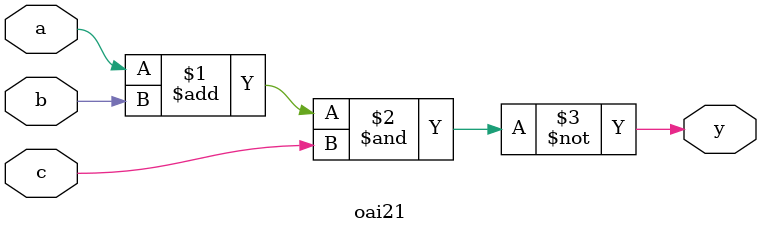
<source format=v>
`timescale 1ns / 1ps


module oai21(output y, input a, b, c);

assign y = ~((a + b) & c);

endmodule

</source>
